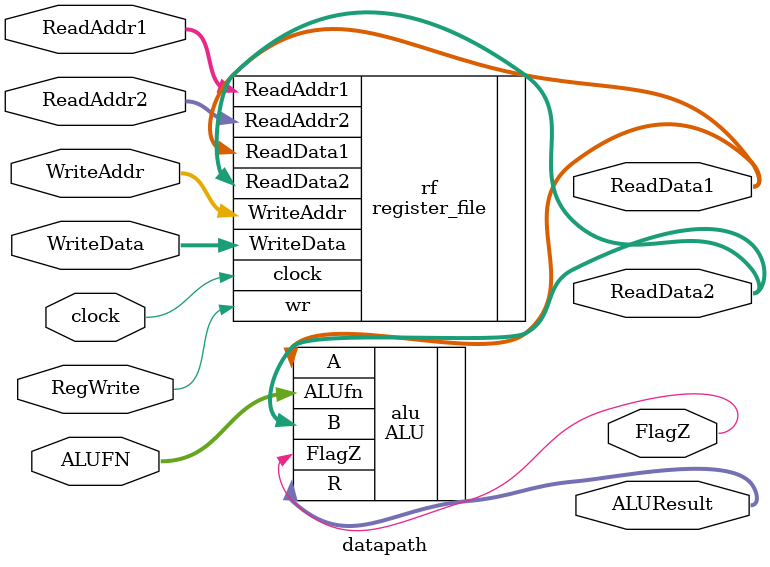
<source format=sv>
`timescale 1ns / 1ps
`default_nettype none


module datapath#(
   parameter Nloc = 32,                         // Number of memory locations
   parameter Dbits = 32                        // Number of bits in data
)(
    input wire clock,
    input wire RegWrite,
    input wire [$clog2(Nloc)-1 : 0] ReadAddr1, ReadAddr2, WriteAddr,
    input wire [4:0] ALUFN,
    input wire [Dbits-1 : 0] WriteData = 1'b1,
    output wire [Dbits-1 : 0] ReadData1, ReadData2,
    output wire [Dbits-1:0] ALUResult,
    output wire FlagZ
    );
    
    //Register File
    register_file #(Nloc, Dbits) rf(.clock(clock), .wr(RegWrite), .ReadAddr1(ReadAddr1), .ReadAddr2(ReadAddr2),
                        .WriteAddr(WriteAddr), .WriteData(WriteData), .ReadData1(ReadData1), .ReadData2(ReadData2));
                        
    //ALU
    ALU #(Dbits) alu(.A(ReadData1), .B(ReadData2), .R(ALUResult), .ALUfn(ALUFN), .FlagZ(FlagZ));
    
    
endmodule

</source>
